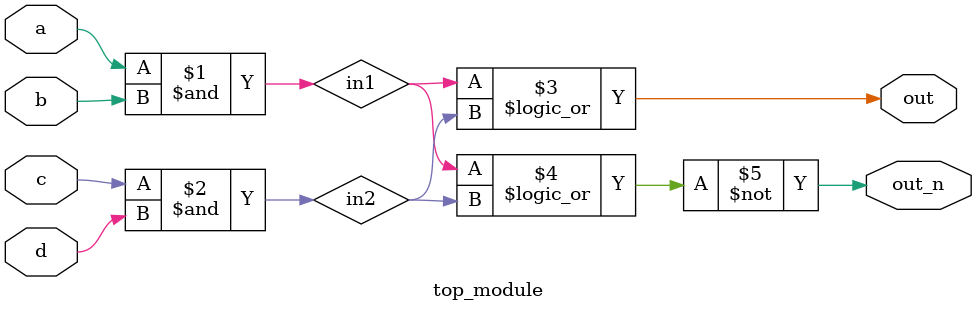
<source format=v>
`default_nettype none
module top_module(
    input a,
    input b,
    input c,
    input d,
    output out,
    output out_n   ); 

    wire in1, in2;
    assign in1 = a&b;
    assign in2 = c&d;
    
    assign out = in1||in2;
    assign out_n = ~(in1||in2);

endmodule


</source>
